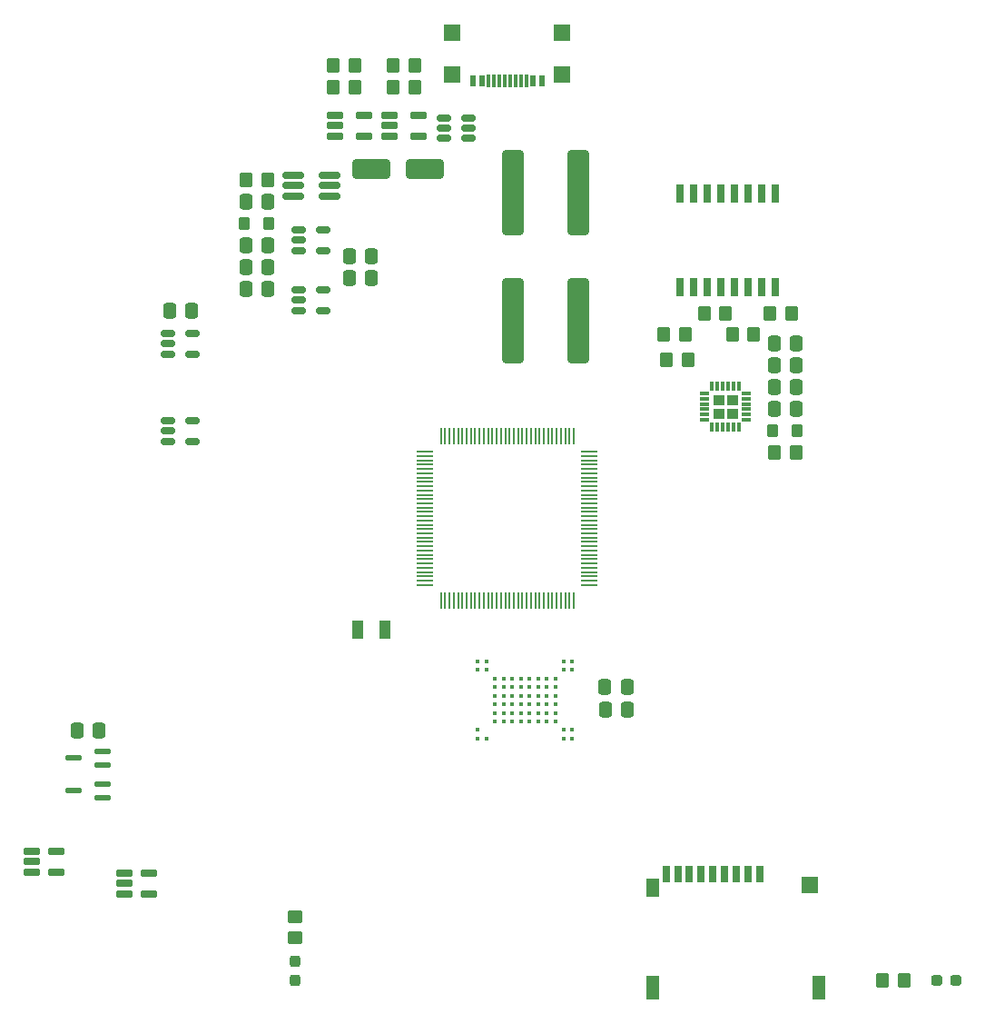
<source format=gbr>
%TF.GenerationSoftware,KiCad,Pcbnew,9.0.6-9.0.6~ubuntu24.04.1*%
%TF.CreationDate,2026-02-01T19:09:27-03:00*%
%TF.ProjectId,nuvoton_nuc980,6e75766f-746f-46e5-9f6e-75633938302e,0.0*%
%TF.SameCoordinates,Original*%
%TF.FileFunction,Paste,Top*%
%TF.FilePolarity,Positive*%
%FSLAX46Y46*%
G04 Gerber Fmt 4.6, Leading zero omitted, Abs format (unit mm)*
G04 Created by KiCad (PCBNEW 9.0.6-9.0.6~ubuntu24.04.1) date 2026-02-01 19:09:27*
%MOMM*%
%LPD*%
G01*
G04 APERTURE LIST*
G04 Aperture macros list*
%AMRoundRect*
0 Rectangle with rounded corners*
0 $1 Rounding radius*
0 $2 $3 $4 $5 $6 $7 $8 $9 X,Y pos of 4 corners*
0 Add a 4 corners polygon primitive as box body*
4,1,4,$2,$3,$4,$5,$6,$7,$8,$9,$2,$3,0*
0 Add four circle primitives for the rounded corners*
1,1,$1+$1,$2,$3*
1,1,$1+$1,$4,$5*
1,1,$1+$1,$6,$7*
1,1,$1+$1,$8,$9*
0 Add four rect primitives between the rounded corners*
20,1,$1+$1,$2,$3,$4,$5,0*
20,1,$1+$1,$4,$5,$6,$7,0*
20,1,$1+$1,$6,$7,$8,$9,0*
20,1,$1+$1,$8,$9,$2,$3,0*%
G04 Aperture macros list end*
%ADD10C,0.010000*%
%ADD11RoundRect,0.009100X-0.420900X-0.120900X0.420900X-0.120900X0.420900X0.120900X-0.420900X0.120900X0*%
%ADD12RoundRect,0.009100X-0.120900X-0.420900X0.120900X-0.420900X0.120900X0.420900X-0.120900X0.420900X0*%
%ADD13C,0.431800*%
%ADD14RoundRect,0.250000X-0.350000X-0.450000X0.350000X-0.450000X0.350000X0.450000X-0.350000X0.450000X0*%
%ADD15RoundRect,0.250000X0.350000X0.450000X-0.350000X0.450000X-0.350000X-0.450000X0.350000X-0.450000X0*%
%ADD16RoundRect,0.150000X-0.650000X-0.150000X0.650000X-0.150000X0.650000X0.150000X-0.650000X0.150000X0*%
%ADD17RoundRect,0.250000X0.337500X0.475000X-0.337500X0.475000X-0.337500X-0.475000X0.337500X-0.475000X0*%
%ADD18RoundRect,0.250000X-0.337500X-0.475000X0.337500X-0.475000X0.337500X0.475000X-0.337500X0.475000X0*%
%ADD19RoundRect,0.237500X0.287500X0.237500X-0.287500X0.237500X-0.287500X-0.237500X0.287500X-0.237500X0*%
%ADD20RoundRect,0.250000X-1.500000X-0.650000X1.500000X-0.650000X1.500000X0.650000X-1.500000X0.650000X0*%
%ADD21R,0.760000X1.700000*%
%ADD22R,0.700000X1.600000*%
%ADD23R,1.200000X1.800000*%
%ADD24R,1.600000X1.500000*%
%ADD25R,1.200000X2.200000*%
%ADD26RoundRect,0.150000X0.512500X0.150000X-0.512500X0.150000X-0.512500X-0.150000X0.512500X-0.150000X0*%
%ADD27RoundRect,0.162500X-0.617500X-0.162500X0.617500X-0.162500X0.617500X0.162500X-0.617500X0.162500X0*%
%ADD28R,0.600000X1.100000*%
%ADD29R,0.300000X1.150000*%
%ADD30R,1.500000X1.500000*%
%ADD31RoundRect,0.150000X-0.512500X-0.150000X0.512500X-0.150000X0.512500X0.150000X-0.512500X0.150000X0*%
%ADD32R,1.000000X1.800000*%
%ADD33RoundRect,0.162500X-0.837500X-0.162500X0.837500X-0.162500X0.837500X0.162500X-0.837500X0.162500X0*%
%ADD34RoundRect,0.237500X0.237500X-0.287500X0.237500X0.287500X-0.237500X0.287500X-0.237500X-0.287500X0*%
%ADD35RoundRect,0.250000X-0.750000X3.687500X-0.750000X-3.687500X0.750000X-3.687500X0.750000X3.687500X0*%
%ADD36RoundRect,0.112500X0.637500X-0.112500X0.637500X0.112500X-0.637500X0.112500X-0.637500X-0.112500X0*%
%ADD37RoundRect,0.250000X0.275000X0.350000X-0.275000X0.350000X-0.275000X-0.350000X0.275000X-0.350000X0*%
%ADD38RoundRect,0.250000X-0.450000X0.350000X-0.450000X-0.350000X0.450000X-0.350000X0.450000X0.350000X0*%
%ADD39RoundRect,0.062500X-0.675000X-0.062500X0.675000X-0.062500X0.675000X0.062500X-0.675000X0.062500X0*%
%ADD40RoundRect,0.062500X-0.062500X-0.675000X0.062500X-0.675000X0.062500X0.675000X-0.062500X0.675000X0*%
%ADD41RoundRect,0.250000X0.750000X-3.687500X0.750000X3.687500X-0.750000X3.687500X-0.750000X-3.687500X0*%
G04 APERTURE END LIST*
D10*
%TO.C,U9*%
X144610000Y-89737600D02*
X143688400Y-89737600D01*
X143688400Y-88816000D01*
X144610000Y-88816000D01*
X144610000Y-89737600D01*
G36*
X144610000Y-89737600D02*
G01*
X143688400Y-89737600D01*
X143688400Y-88816000D01*
X144610000Y-88816000D01*
X144610000Y-89737600D01*
G37*
X144610000Y-88475893D02*
X143689310Y-88475893D01*
X143689310Y-87556000D01*
X144610000Y-87556000D01*
X144610000Y-88475893D01*
G36*
X144610000Y-88475893D02*
G01*
X143689310Y-88475893D01*
X143689310Y-87556000D01*
X144610000Y-87556000D01*
X144610000Y-88475893D01*
G37*
X145870000Y-89736330D02*
X144950051Y-89736330D01*
X144950051Y-88816000D01*
X145870000Y-88816000D01*
X145870000Y-89736330D01*
G36*
X145870000Y-89736330D02*
G01*
X144950051Y-89736330D01*
X144950051Y-88816000D01*
X145870000Y-88816000D01*
X145870000Y-89736330D01*
G37*
X145870000Y-88475740D02*
X144950260Y-88475740D01*
X144950260Y-87556000D01*
X145870000Y-87556000D01*
X145870000Y-88475740D01*
G36*
X145870000Y-88475740D02*
G01*
X144950260Y-88475740D01*
X144950260Y-87556000D01*
X145870000Y-87556000D01*
X145870000Y-88475740D01*
G37*
%TD*%
D11*
%TO.C,U9*%
X142845000Y-87396000D03*
X142845000Y-87896000D03*
X142845000Y-88396000D03*
X142845000Y-88896000D03*
X142845000Y-89396000D03*
X142845000Y-89896000D03*
D12*
X143530000Y-90581000D03*
X144030000Y-90581000D03*
X144530000Y-90581000D03*
X145030000Y-90581000D03*
X145530000Y-90581000D03*
X146030000Y-90581000D03*
D11*
X146715000Y-89896000D03*
X146715000Y-89396000D03*
X146715000Y-88896000D03*
X146715000Y-88396000D03*
X146715000Y-87896000D03*
X146715000Y-87396000D03*
D12*
X146030000Y-86711000D03*
X145530000Y-86711000D03*
X145030000Y-86711000D03*
X144530000Y-86711000D03*
X144030000Y-86711000D03*
X143530000Y-86711000D03*
%TD*%
D13*
%TO.C,U10*%
X121717400Y-119582399D03*
X121717400Y-118782399D03*
X121717400Y-113182399D03*
X121717400Y-112382400D03*
X122517400Y-119582399D03*
X122517400Y-113182399D03*
X122517400Y-112382400D03*
X123317400Y-117982399D03*
X123317400Y-117182399D03*
X123317400Y-116382399D03*
X123317400Y-115582399D03*
X123317400Y-114782399D03*
X123317400Y-113982399D03*
X124117400Y-117982399D03*
X124117400Y-117182399D03*
X124117400Y-116382399D03*
X124117400Y-115582399D03*
X124117400Y-114782399D03*
X124117400Y-113982399D03*
X124917400Y-117982399D03*
X124917400Y-117182399D03*
X124917400Y-116382399D03*
X124917400Y-115582399D03*
X124917400Y-114782399D03*
X124917400Y-113982399D03*
X125717400Y-117982399D03*
X125717400Y-117182399D03*
X125717400Y-116382399D03*
X125717400Y-115582399D03*
X125717400Y-114782399D03*
X125717400Y-113982399D03*
X126517400Y-117982399D03*
X126517400Y-117182399D03*
X126517400Y-116382399D03*
X126517400Y-115582399D03*
X126517400Y-114782399D03*
X126517400Y-113982399D03*
X127317400Y-117982399D03*
X127317400Y-117182399D03*
X127317400Y-116382399D03*
X127317400Y-115582399D03*
X127317400Y-114782399D03*
X127317400Y-113982399D03*
X128117400Y-117982399D03*
X128117400Y-117182399D03*
X128117400Y-116382399D03*
X128117400Y-115582399D03*
X128117400Y-114782399D03*
X128117400Y-113982399D03*
X128917399Y-117982399D03*
X128917399Y-117182399D03*
X128917399Y-116382399D03*
X128917399Y-115582399D03*
X128917399Y-114782399D03*
X128917399Y-113982399D03*
X129717399Y-119582399D03*
X129717399Y-118782399D03*
X129717399Y-113182399D03*
X129717399Y-112382400D03*
X130517399Y-119582399D03*
X130517399Y-118782399D03*
X130517399Y-113182399D03*
X130517399Y-112382400D03*
%TD*%
D14*
%TO.C,R5*%
X110220000Y-56896000D03*
X108220000Y-56896000D03*
%TD*%
D15*
%TO.C,R6*%
X108220000Y-58928000D03*
X110220000Y-58928000D03*
%TD*%
D16*
%TO.C,U12*%
X91066000Y-132146000D03*
X91066000Y-134046000D03*
X88766000Y-134046000D03*
X88766000Y-133096000D03*
X88766000Y-132146000D03*
%TD*%
D17*
%TO.C,C60*%
X95017500Y-79756000D03*
X92942500Y-79756000D03*
%TD*%
D18*
%TO.C,C64*%
X149330500Y-88900000D03*
X151405500Y-88900000D03*
%TD*%
%TO.C,C32*%
X109706500Y-76708000D03*
X111781500Y-76708000D03*
%TD*%
D17*
%TO.C,C39*%
X102129500Y-77724000D03*
X100054500Y-77724000D03*
%TD*%
D19*
%TO.C,D5*%
X166291200Y-142138400D03*
X164541200Y-142138400D03*
%TD*%
D20*
%TO.C,D1*%
X111800000Y-66548000D03*
X116800000Y-66548000D03*
%TD*%
D21*
%TO.C,T1*%
X140589000Y-77552000D03*
X141859000Y-77552000D03*
X143129000Y-77552000D03*
X144399000Y-77552000D03*
X145669000Y-77552000D03*
X146939000Y-77552000D03*
X148209000Y-77552000D03*
X149479000Y-77552000D03*
X149479000Y-68752000D03*
X148209000Y-68752000D03*
X146939000Y-68752000D03*
X145669000Y-68752000D03*
X144399000Y-68752000D03*
X143129000Y-68752000D03*
X141859000Y-68752000D03*
X140589000Y-68752000D03*
%TD*%
D22*
%TO.C,J11*%
X148046000Y-132205200D03*
X146946000Y-132205200D03*
X145846000Y-132205200D03*
X144746000Y-132205200D03*
X143646000Y-132205200D03*
X142546000Y-132205200D03*
X141446000Y-132205200D03*
X140346000Y-132205200D03*
X139246000Y-132205200D03*
D23*
X138046000Y-133505200D03*
D24*
X152646000Y-133255200D03*
D25*
X138046000Y-142805200D03*
X153546000Y-142805200D03*
%TD*%
D26*
%TO.C,U1*%
X120796900Y-63662600D03*
X120796900Y-62712600D03*
X120796900Y-61762600D03*
X118521900Y-61762600D03*
X118521900Y-62712600D03*
X118521900Y-63662600D03*
%TD*%
D27*
%TO.C,U7*%
X113458000Y-61534000D03*
X113458000Y-62484000D03*
X113458000Y-63434000D03*
X116158000Y-63434000D03*
X116158000Y-61534000D03*
%TD*%
D15*
%TO.C,R30*%
X144814800Y-79959200D03*
X142814800Y-79959200D03*
%TD*%
D28*
%TO.C,J2*%
X127660000Y-58330000D03*
X126860000Y-58330000D03*
D29*
X125710000Y-58280000D03*
X124710000Y-58280000D03*
X124210000Y-58280000D03*
X123210000Y-58280000D03*
D28*
X121260000Y-58330000D03*
X122060000Y-58330000D03*
D29*
X122710000Y-58280000D03*
X123710000Y-58280000D03*
X125210000Y-58280000D03*
X126210000Y-58280000D03*
D30*
X129580000Y-57715000D03*
X119340000Y-57715000D03*
X129580000Y-53785000D03*
X119340000Y-53785000D03*
%TD*%
D18*
%TO.C,C36*%
X109706500Y-74676000D03*
X111781500Y-74676000D03*
%TD*%
D14*
%TO.C,R29*%
X139055600Y-81940400D03*
X141055600Y-81940400D03*
%TD*%
D18*
%TO.C,C63*%
X149330500Y-86868000D03*
X151405500Y-86868000D03*
%TD*%
D16*
%TO.C,U6*%
X80130000Y-130114000D03*
X80130000Y-131064000D03*
X80130000Y-132014000D03*
X82430000Y-132014000D03*
X82430000Y-130114000D03*
%TD*%
D15*
%TO.C,R32*%
X150961600Y-80010000D03*
X148961600Y-80010000D03*
%TD*%
D14*
%TO.C,R38*%
X159477200Y-142138400D03*
X161477200Y-142138400D03*
%TD*%
D17*
%TO.C,C40*%
X102129500Y-73660000D03*
X100054500Y-73660000D03*
%TD*%
D31*
%TO.C,U13*%
X105034500Y-72202000D03*
X105034500Y-73152000D03*
X105034500Y-74102000D03*
X107309500Y-74102000D03*
X107309500Y-72202000D03*
%TD*%
D18*
%TO.C,C30*%
X84306500Y-118872000D03*
X86381500Y-118872000D03*
%TD*%
%TO.C,C43*%
X133531700Y-114808000D03*
X135606700Y-114808000D03*
%TD*%
D32*
%TO.C,Y2*%
X110510000Y-109474000D03*
X113010000Y-109474000D03*
%TD*%
D33*
%TO.C,U3*%
X104462000Y-67122000D03*
X104462000Y-68072000D03*
X104462000Y-69022000D03*
X107882000Y-69022000D03*
X107882000Y-68072000D03*
X107882000Y-67122000D03*
%TD*%
D34*
%TO.C,D2*%
X104648000Y-142115000D03*
X104648000Y-140365000D03*
%TD*%
D35*
%TO.C,Y1*%
X124968000Y-68738500D03*
X124968000Y-80613500D03*
%TD*%
D36*
%TO.C,D3*%
X86674000Y-125110000D03*
X86674000Y-123810000D03*
X84014000Y-124460000D03*
%TD*%
D31*
%TO.C,U4*%
X92842500Y-89982000D03*
X92842500Y-90932000D03*
X92842500Y-91882000D03*
X95117500Y-91882000D03*
X95117500Y-89982000D03*
%TD*%
D37*
%TO.C,L2*%
X151518000Y-90932000D03*
X149218000Y-90932000D03*
%TD*%
D38*
%TO.C,R41*%
X104648000Y-136176000D03*
X104648000Y-138176000D03*
%TD*%
D31*
%TO.C,U11*%
X105034500Y-77790000D03*
X105034500Y-78740000D03*
X105034500Y-79690000D03*
X107309500Y-79690000D03*
X107309500Y-77790000D03*
%TD*%
D39*
%TO.C,U14*%
X116797500Y-92860000D03*
X116797500Y-93260000D03*
X116797500Y-93660000D03*
X116797500Y-94060000D03*
X116797500Y-94460000D03*
X116797500Y-94860000D03*
X116797500Y-95260000D03*
X116797500Y-95660000D03*
X116797500Y-96060000D03*
X116797500Y-96460000D03*
X116797500Y-96860000D03*
X116797500Y-97260000D03*
X116797500Y-97660000D03*
X116797500Y-98060000D03*
X116797500Y-98460000D03*
X116797500Y-98860000D03*
X116797500Y-99260000D03*
X116797500Y-99660000D03*
X116797500Y-100060000D03*
X116797500Y-100460000D03*
X116797500Y-100860000D03*
X116797500Y-101260000D03*
X116797500Y-101660000D03*
X116797500Y-102060000D03*
X116797500Y-102460000D03*
X116797500Y-102860000D03*
X116797500Y-103260000D03*
X116797500Y-103660000D03*
X116797500Y-104060000D03*
X116797500Y-104460000D03*
X116797500Y-104860000D03*
X116797500Y-105260000D03*
D40*
X118260000Y-106722500D03*
X118660000Y-106722500D03*
X119060000Y-106722500D03*
X119460000Y-106722500D03*
X119860000Y-106722500D03*
X120260000Y-106722500D03*
X120660000Y-106722500D03*
X121060000Y-106722500D03*
X121460000Y-106722500D03*
X121860000Y-106722500D03*
X122260000Y-106722500D03*
X122660000Y-106722500D03*
X123060000Y-106722500D03*
X123460000Y-106722500D03*
X123860000Y-106722500D03*
X124260000Y-106722500D03*
X124660000Y-106722500D03*
X125060000Y-106722500D03*
X125460000Y-106722500D03*
X125860000Y-106722500D03*
X126260000Y-106722500D03*
X126660000Y-106722500D03*
X127060000Y-106722500D03*
X127460000Y-106722500D03*
X127860000Y-106722500D03*
X128260000Y-106722500D03*
X128660000Y-106722500D03*
X129060000Y-106722500D03*
X129460000Y-106722500D03*
X129860000Y-106722500D03*
X130260000Y-106722500D03*
X130660000Y-106722500D03*
D39*
X132122500Y-105260000D03*
X132122500Y-104860000D03*
X132122500Y-104460000D03*
X132122500Y-104060000D03*
X132122500Y-103660000D03*
X132122500Y-103260000D03*
X132122500Y-102860000D03*
X132122500Y-102460000D03*
X132122500Y-102060000D03*
X132122500Y-101660000D03*
X132122500Y-101260000D03*
X132122500Y-100860000D03*
X132122500Y-100460000D03*
X132122500Y-100060000D03*
X132122500Y-99660000D03*
X132122500Y-99260000D03*
X132122500Y-98860000D03*
X132122500Y-98460000D03*
X132122500Y-98060000D03*
X132122500Y-97660000D03*
X132122500Y-97260000D03*
X132122500Y-96860000D03*
X132122500Y-96460000D03*
X132122500Y-96060000D03*
X132122500Y-95660000D03*
X132122500Y-95260000D03*
X132122500Y-94860000D03*
X132122500Y-94460000D03*
X132122500Y-94060000D03*
X132122500Y-93660000D03*
X132122500Y-93260000D03*
X132122500Y-92860000D03*
D40*
X130660000Y-91397500D03*
X130260000Y-91397500D03*
X129860000Y-91397500D03*
X129460000Y-91397500D03*
X129060000Y-91397500D03*
X128660000Y-91397500D03*
X128260000Y-91397500D03*
X127860000Y-91397500D03*
X127460000Y-91397500D03*
X127060000Y-91397500D03*
X126660000Y-91397500D03*
X126260000Y-91397500D03*
X125860000Y-91397500D03*
X125460000Y-91397500D03*
X125060000Y-91397500D03*
X124660000Y-91397500D03*
X124260000Y-91397500D03*
X123860000Y-91397500D03*
X123460000Y-91397500D03*
X123060000Y-91397500D03*
X122660000Y-91397500D03*
X122260000Y-91397500D03*
X121860000Y-91397500D03*
X121460000Y-91397500D03*
X121060000Y-91397500D03*
X120660000Y-91397500D03*
X120260000Y-91397500D03*
X119860000Y-91397500D03*
X119460000Y-91397500D03*
X119060000Y-91397500D03*
X118660000Y-91397500D03*
X118260000Y-91397500D03*
%TD*%
D18*
%TO.C,C56*%
X149330500Y-82804000D03*
X151405500Y-82804000D03*
%TD*%
D14*
%TO.C,R31*%
X145456400Y-81940400D03*
X147456400Y-81940400D03*
%TD*%
D31*
%TO.C,U2*%
X92842500Y-81854000D03*
X92842500Y-82804000D03*
X92842500Y-83754000D03*
X95117500Y-83754000D03*
X95117500Y-81854000D03*
%TD*%
D14*
%TO.C,R21*%
X149368000Y-92964000D03*
X151368000Y-92964000D03*
%TD*%
D17*
%TO.C,C42*%
X102129500Y-69596000D03*
X100054500Y-69596000D03*
%TD*%
D14*
%TO.C,R19*%
X100092000Y-67564000D03*
X102092000Y-67564000D03*
%TD*%
D37*
%TO.C,L1*%
X102242000Y-71628000D03*
X99942000Y-71628000D03*
%TD*%
D18*
%TO.C,C55*%
X149330500Y-84836000D03*
X151405500Y-84836000D03*
%TD*%
D41*
%TO.C,Y3*%
X131064000Y-80613500D03*
X131064000Y-68738500D03*
%TD*%
D17*
%TO.C,C35*%
X102129500Y-75692000D03*
X100054500Y-75692000D03*
%TD*%
D27*
%TO.C,U5*%
X108378000Y-61534000D03*
X108378000Y-62484000D03*
X108378000Y-63434000D03*
X111078000Y-63434000D03*
X111078000Y-61534000D03*
%TD*%
D18*
%TO.C,C45*%
X133582500Y-116890800D03*
X135657500Y-116890800D03*
%TD*%
D36*
%TO.C,D4*%
X86674000Y-122062000D03*
X86674000Y-120762000D03*
X84014000Y-121412000D03*
%TD*%
D14*
%TO.C,R22*%
X139309600Y-84328000D03*
X141309600Y-84328000D03*
%TD*%
D15*
%TO.C,R7*%
X115808000Y-58928000D03*
X113808000Y-58928000D03*
%TD*%
D14*
%TO.C,R8*%
X115824000Y-56896000D03*
X113824000Y-56896000D03*
%TD*%
M02*

</source>
